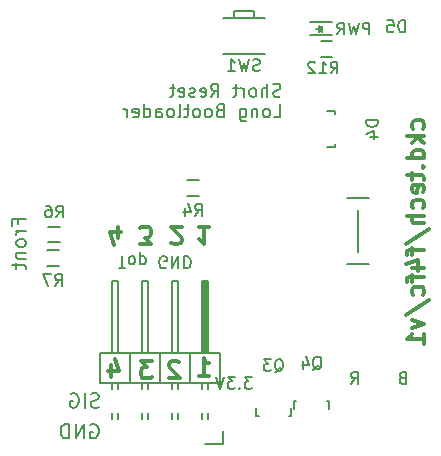
<source format=gbo>
G04 #@! TF.FileFunction,Legend,Bot*
%FSLAX46Y46*%
G04 Gerber Fmt 4.6, Leading zero omitted, Abs format (unit mm)*
G04 Created by KiCad (PCBNEW 4.0.1-stable) date Sunday, January 31, 2016 'PMt' 10:46:38 PM*
%MOMM*%
G01*
G04 APERTURE LIST*
%ADD10C,0.100000*%
%ADD11C,0.180000*%
%ADD12C,0.150000*%
%ADD13C,0.300000*%
%ADD14C,0.200000*%
G04 APERTURE END LIST*
D10*
D11*
X153090476Y-96585238D02*
X152933333Y-96637619D01*
X152671429Y-96637619D01*
X152566667Y-96585238D01*
X152514286Y-96532857D01*
X152461905Y-96428095D01*
X152461905Y-96323333D01*
X152514286Y-96218571D01*
X152566667Y-96166190D01*
X152671429Y-96113810D01*
X152880952Y-96061429D01*
X152985714Y-96009048D01*
X153038095Y-95956667D01*
X153090476Y-95851905D01*
X153090476Y-95747143D01*
X153038095Y-95642381D01*
X152985714Y-95590000D01*
X152880952Y-95537619D01*
X152619048Y-95537619D01*
X152461905Y-95590000D01*
X151990476Y-96637619D02*
X151990476Y-95537619D01*
X151519048Y-96637619D02*
X151519048Y-96061429D01*
X151571429Y-95956667D01*
X151676191Y-95904286D01*
X151833333Y-95904286D01*
X151938095Y-95956667D01*
X151990476Y-96009048D01*
X150838095Y-96637619D02*
X150942857Y-96585238D01*
X150995238Y-96532857D01*
X151047619Y-96428095D01*
X151047619Y-96113810D01*
X150995238Y-96009048D01*
X150942857Y-95956667D01*
X150838095Y-95904286D01*
X150680953Y-95904286D01*
X150576191Y-95956667D01*
X150523810Y-96009048D01*
X150471429Y-96113810D01*
X150471429Y-96428095D01*
X150523810Y-96532857D01*
X150576191Y-96585238D01*
X150680953Y-96637619D01*
X150838095Y-96637619D01*
X150000000Y-96637619D02*
X150000000Y-95904286D01*
X150000000Y-96113810D02*
X149947619Y-96009048D01*
X149895238Y-95956667D01*
X149790476Y-95904286D01*
X149685715Y-95904286D01*
X149476191Y-95904286D02*
X149057143Y-95904286D01*
X149319048Y-95537619D02*
X149319048Y-96480476D01*
X149266667Y-96585238D01*
X149161905Y-96637619D01*
X149057143Y-96637619D01*
X147223811Y-96637619D02*
X147590477Y-96113810D01*
X147852382Y-96637619D02*
X147852382Y-95537619D01*
X147433335Y-95537619D01*
X147328573Y-95590000D01*
X147276192Y-95642381D01*
X147223811Y-95747143D01*
X147223811Y-95904286D01*
X147276192Y-96009048D01*
X147328573Y-96061429D01*
X147433335Y-96113810D01*
X147852382Y-96113810D01*
X146333335Y-96585238D02*
X146438097Y-96637619D01*
X146647620Y-96637619D01*
X146752382Y-96585238D01*
X146804763Y-96480476D01*
X146804763Y-96061429D01*
X146752382Y-95956667D01*
X146647620Y-95904286D01*
X146438097Y-95904286D01*
X146333335Y-95956667D01*
X146280954Y-96061429D01*
X146280954Y-96166190D01*
X146804763Y-96270952D01*
X145861906Y-96585238D02*
X145757144Y-96637619D01*
X145547620Y-96637619D01*
X145442859Y-96585238D01*
X145390478Y-96480476D01*
X145390478Y-96428095D01*
X145442859Y-96323333D01*
X145547620Y-96270952D01*
X145704763Y-96270952D01*
X145809525Y-96218571D01*
X145861906Y-96113810D01*
X145861906Y-96061429D01*
X145809525Y-95956667D01*
X145704763Y-95904286D01*
X145547620Y-95904286D01*
X145442859Y-95956667D01*
X144500002Y-96585238D02*
X144604764Y-96637619D01*
X144814287Y-96637619D01*
X144919049Y-96585238D01*
X144971430Y-96480476D01*
X144971430Y-96061429D01*
X144919049Y-95956667D01*
X144814287Y-95904286D01*
X144604764Y-95904286D01*
X144500002Y-95956667D01*
X144447621Y-96061429D01*
X144447621Y-96166190D01*
X144971430Y-96270952D01*
X144133335Y-95904286D02*
X143714287Y-95904286D01*
X143976192Y-95537619D02*
X143976192Y-96480476D01*
X143923811Y-96585238D01*
X143819049Y-96637619D01*
X143714287Y-96637619D01*
X152514286Y-98357619D02*
X153038095Y-98357619D01*
X153038095Y-97257619D01*
X151990476Y-98357619D02*
X152095238Y-98305238D01*
X152147619Y-98252857D01*
X152200000Y-98148095D01*
X152200000Y-97833810D01*
X152147619Y-97729048D01*
X152095238Y-97676667D01*
X151990476Y-97624286D01*
X151833334Y-97624286D01*
X151728572Y-97676667D01*
X151676191Y-97729048D01*
X151623810Y-97833810D01*
X151623810Y-98148095D01*
X151676191Y-98252857D01*
X151728572Y-98305238D01*
X151833334Y-98357619D01*
X151990476Y-98357619D01*
X151152381Y-97624286D02*
X151152381Y-98357619D01*
X151152381Y-97729048D02*
X151100000Y-97676667D01*
X150995238Y-97624286D01*
X150838096Y-97624286D01*
X150733334Y-97676667D01*
X150680953Y-97781429D01*
X150680953Y-98357619D01*
X149685715Y-97624286D02*
X149685715Y-98514762D01*
X149738096Y-98619524D01*
X149790477Y-98671905D01*
X149895238Y-98724286D01*
X150052381Y-98724286D01*
X150157143Y-98671905D01*
X149685715Y-98305238D02*
X149790477Y-98357619D01*
X150000000Y-98357619D01*
X150104762Y-98305238D01*
X150157143Y-98252857D01*
X150209524Y-98148095D01*
X150209524Y-97833810D01*
X150157143Y-97729048D01*
X150104762Y-97676667D01*
X150000000Y-97624286D01*
X149790477Y-97624286D01*
X149685715Y-97676667D01*
X147957144Y-97781429D02*
X147800001Y-97833810D01*
X147747620Y-97886190D01*
X147695239Y-97990952D01*
X147695239Y-98148095D01*
X147747620Y-98252857D01*
X147800001Y-98305238D01*
X147904763Y-98357619D01*
X148323810Y-98357619D01*
X148323810Y-97257619D01*
X147957144Y-97257619D01*
X147852382Y-97310000D01*
X147800001Y-97362381D01*
X147747620Y-97467143D01*
X147747620Y-97571905D01*
X147800001Y-97676667D01*
X147852382Y-97729048D01*
X147957144Y-97781429D01*
X148323810Y-97781429D01*
X147066667Y-98357619D02*
X147171429Y-98305238D01*
X147223810Y-98252857D01*
X147276191Y-98148095D01*
X147276191Y-97833810D01*
X147223810Y-97729048D01*
X147171429Y-97676667D01*
X147066667Y-97624286D01*
X146909525Y-97624286D01*
X146804763Y-97676667D01*
X146752382Y-97729048D01*
X146700001Y-97833810D01*
X146700001Y-98148095D01*
X146752382Y-98252857D01*
X146804763Y-98305238D01*
X146909525Y-98357619D01*
X147066667Y-98357619D01*
X146071429Y-98357619D02*
X146176191Y-98305238D01*
X146228572Y-98252857D01*
X146280953Y-98148095D01*
X146280953Y-97833810D01*
X146228572Y-97729048D01*
X146176191Y-97676667D01*
X146071429Y-97624286D01*
X145914287Y-97624286D01*
X145809525Y-97676667D01*
X145757144Y-97729048D01*
X145704763Y-97833810D01*
X145704763Y-98148095D01*
X145757144Y-98252857D01*
X145809525Y-98305238D01*
X145914287Y-98357619D01*
X146071429Y-98357619D01*
X145390477Y-97624286D02*
X144971429Y-97624286D01*
X145233334Y-97257619D02*
X145233334Y-98200476D01*
X145180953Y-98305238D01*
X145076191Y-98357619D01*
X144971429Y-98357619D01*
X144447620Y-98357619D02*
X144552382Y-98305238D01*
X144604763Y-98200476D01*
X144604763Y-97257619D01*
X143871430Y-98357619D02*
X143976192Y-98305238D01*
X144028573Y-98252857D01*
X144080954Y-98148095D01*
X144080954Y-97833810D01*
X144028573Y-97729048D01*
X143976192Y-97676667D01*
X143871430Y-97624286D01*
X143714288Y-97624286D01*
X143609526Y-97676667D01*
X143557145Y-97729048D01*
X143504764Y-97833810D01*
X143504764Y-98148095D01*
X143557145Y-98252857D01*
X143609526Y-98305238D01*
X143714288Y-98357619D01*
X143871430Y-98357619D01*
X142561907Y-98357619D02*
X142561907Y-97781429D01*
X142614288Y-97676667D01*
X142719050Y-97624286D01*
X142928573Y-97624286D01*
X143033335Y-97676667D01*
X142561907Y-98305238D02*
X142666669Y-98357619D01*
X142928573Y-98357619D01*
X143033335Y-98305238D01*
X143085716Y-98200476D01*
X143085716Y-98095714D01*
X143033335Y-97990952D01*
X142928573Y-97938571D01*
X142666669Y-97938571D01*
X142561907Y-97886190D01*
X141566669Y-98357619D02*
X141566669Y-97257619D01*
X141566669Y-98305238D02*
X141671431Y-98357619D01*
X141880954Y-98357619D01*
X141985716Y-98305238D01*
X142038097Y-98252857D01*
X142090478Y-98148095D01*
X142090478Y-97833810D01*
X142038097Y-97729048D01*
X141985716Y-97676667D01*
X141880954Y-97624286D01*
X141671431Y-97624286D01*
X141566669Y-97676667D01*
X140623812Y-98305238D02*
X140728574Y-98357619D01*
X140938097Y-98357619D01*
X141042859Y-98305238D01*
X141095240Y-98200476D01*
X141095240Y-97781429D01*
X141042859Y-97676667D01*
X140938097Y-97624286D01*
X140728574Y-97624286D01*
X140623812Y-97676667D01*
X140571431Y-97781429D01*
X140571431Y-97886190D01*
X141095240Y-97990952D01*
X140100002Y-98357619D02*
X140100002Y-97624286D01*
X140100002Y-97833810D02*
X140047621Y-97729048D01*
X139995240Y-97676667D01*
X139890478Y-97624286D01*
X139785717Y-97624286D01*
D12*
X150676190Y-120352381D02*
X150057142Y-120352381D01*
X150390476Y-120733333D01*
X150247618Y-120733333D01*
X150152380Y-120780952D01*
X150104761Y-120828571D01*
X150057142Y-120923810D01*
X150057142Y-121161905D01*
X150104761Y-121257143D01*
X150152380Y-121304762D01*
X150247618Y-121352381D01*
X150533333Y-121352381D01*
X150628571Y-121304762D01*
X150676190Y-121257143D01*
X149628571Y-121257143D02*
X149580952Y-121304762D01*
X149628571Y-121352381D01*
X149676190Y-121304762D01*
X149628571Y-121257143D01*
X149628571Y-121352381D01*
X149247619Y-120352381D02*
X148628571Y-120352381D01*
X148961905Y-120733333D01*
X148819047Y-120733333D01*
X148723809Y-120780952D01*
X148676190Y-120828571D01*
X148628571Y-120923810D01*
X148628571Y-121161905D01*
X148676190Y-121257143D01*
X148723809Y-121304762D01*
X148819047Y-121352381D01*
X149104762Y-121352381D01*
X149200000Y-121304762D01*
X149247619Y-121257143D01*
X148342857Y-120352381D02*
X148009524Y-121352381D01*
X147676190Y-120352381D01*
X139404762Y-111147619D02*
X139976191Y-111147619D01*
X139690476Y-110147619D02*
X139690476Y-111147619D01*
X140452381Y-110147619D02*
X140357143Y-110195238D01*
X140309524Y-110242857D01*
X140261905Y-110338095D01*
X140261905Y-110623810D01*
X140309524Y-110719048D01*
X140357143Y-110766667D01*
X140452381Y-110814286D01*
X140595239Y-110814286D01*
X140690477Y-110766667D01*
X140738096Y-110719048D01*
X140785715Y-110623810D01*
X140785715Y-110338095D01*
X140738096Y-110242857D01*
X140690477Y-110195238D01*
X140595239Y-110147619D01*
X140452381Y-110147619D01*
X141214286Y-110814286D02*
X141214286Y-109814286D01*
X141214286Y-110766667D02*
X141309524Y-110814286D01*
X141500001Y-110814286D01*
X141595239Y-110766667D01*
X141642858Y-110719048D01*
X141690477Y-110623810D01*
X141690477Y-110338095D01*
X141642858Y-110242857D01*
X141595239Y-110195238D01*
X141500001Y-110147619D01*
X141309524Y-110147619D01*
X141214286Y-110195238D01*
X143404763Y-111100000D02*
X143309525Y-111147619D01*
X143166668Y-111147619D01*
X143023810Y-111100000D01*
X142928572Y-111004762D01*
X142880953Y-110909524D01*
X142833334Y-110719048D01*
X142833334Y-110576190D01*
X142880953Y-110385714D01*
X142928572Y-110290476D01*
X143023810Y-110195238D01*
X143166668Y-110147619D01*
X143261906Y-110147619D01*
X143404763Y-110195238D01*
X143452382Y-110242857D01*
X143452382Y-110576190D01*
X143261906Y-110576190D01*
X143880953Y-110147619D02*
X143880953Y-111147619D01*
X144452382Y-110147619D01*
X144452382Y-111147619D01*
X144928572Y-110147619D02*
X144928572Y-111147619D01*
X145166667Y-111147619D01*
X145309525Y-111100000D01*
X145404763Y-111004762D01*
X145452382Y-110909524D01*
X145500001Y-110719048D01*
X145500001Y-110576190D01*
X145452382Y-110385714D01*
X145404763Y-110290476D01*
X145309525Y-110195238D01*
X145166667Y-110147619D01*
X144928572Y-110147619D01*
X159090476Y-120952381D02*
X159423810Y-120476190D01*
X159661905Y-120952381D02*
X159661905Y-119952381D01*
X159280952Y-119952381D01*
X159185714Y-120000000D01*
X159138095Y-120047619D01*
X159090476Y-120142857D01*
X159090476Y-120285714D01*
X159138095Y-120380952D01*
X159185714Y-120428571D01*
X159280952Y-120476190D01*
X159661905Y-120476190D01*
X163428571Y-120428571D02*
X163285714Y-120476190D01*
X163238095Y-120523810D01*
X163190476Y-120619048D01*
X163190476Y-120761905D01*
X163238095Y-120857143D01*
X163285714Y-120904762D01*
X163380952Y-120952381D01*
X163761905Y-120952381D01*
X163761905Y-119952381D01*
X163428571Y-119952381D01*
X163333333Y-120000000D01*
X163285714Y-120047619D01*
X163238095Y-120142857D01*
X163238095Y-120238095D01*
X163285714Y-120333333D01*
X163333333Y-120380952D01*
X163428571Y-120428571D01*
X163761905Y-120428571D01*
D13*
X139385715Y-108621429D02*
X139385715Y-107621429D01*
X139028572Y-109192857D02*
X138671429Y-108121429D01*
X139600001Y-108121429D01*
X141200001Y-109121429D02*
X142128572Y-109121429D01*
X141628572Y-108550000D01*
X141842858Y-108550000D01*
X141985715Y-108478571D01*
X142057144Y-108407143D01*
X142128572Y-108264286D01*
X142128572Y-107907143D01*
X142057144Y-107764286D01*
X141985715Y-107692857D01*
X141842858Y-107621429D01*
X141414286Y-107621429D01*
X141271429Y-107692857D01*
X141200001Y-107764286D01*
X147028572Y-107621429D02*
X146171429Y-107621429D01*
X146600001Y-107621429D02*
X146600001Y-109121429D01*
X146457144Y-108907143D01*
X146314286Y-108764286D01*
X146171429Y-108692857D01*
X143871429Y-108978571D02*
X143942858Y-109050000D01*
X144085715Y-109121429D01*
X144442858Y-109121429D01*
X144585715Y-109050000D01*
X144657144Y-108978571D01*
X144728572Y-108835714D01*
X144728572Y-108692857D01*
X144657144Y-108478571D01*
X143800001Y-107621429D01*
X144728572Y-107621429D01*
X146171428Y-120278571D02*
X147028571Y-120278571D01*
X146599999Y-120278571D02*
X146599999Y-118778571D01*
X146742856Y-118992857D01*
X146885714Y-119135714D01*
X147028571Y-119207143D01*
X144528571Y-119121429D02*
X144457142Y-119050000D01*
X144314285Y-118978571D01*
X143957142Y-118978571D01*
X143814285Y-119050000D01*
X143742856Y-119121429D01*
X143671428Y-119264286D01*
X143671428Y-119407143D01*
X143742856Y-119621429D01*
X144599999Y-120478571D01*
X143671428Y-120478571D01*
X142199999Y-118978571D02*
X141271428Y-118978571D01*
X141771428Y-119550000D01*
X141557142Y-119550000D01*
X141414285Y-119621429D01*
X141342856Y-119692857D01*
X141271428Y-119835714D01*
X141271428Y-120192857D01*
X141342856Y-120335714D01*
X141414285Y-120407143D01*
X141557142Y-120478571D01*
X141985714Y-120478571D01*
X142128571Y-120407143D01*
X142199999Y-120335714D01*
X138714285Y-119378571D02*
X138714285Y-120378571D01*
X139071428Y-118807143D02*
X139428571Y-119878571D01*
X138499999Y-119878571D01*
D14*
X137014285Y-124400000D02*
X137128571Y-124342857D01*
X137300000Y-124342857D01*
X137471428Y-124400000D01*
X137585714Y-124514286D01*
X137642857Y-124628571D01*
X137700000Y-124857143D01*
X137700000Y-125028571D01*
X137642857Y-125257143D01*
X137585714Y-125371429D01*
X137471428Y-125485714D01*
X137300000Y-125542857D01*
X137185714Y-125542857D01*
X137014285Y-125485714D01*
X136957142Y-125428571D01*
X136957142Y-125028571D01*
X137185714Y-125028571D01*
X136442857Y-125542857D02*
X136442857Y-124342857D01*
X135757142Y-125542857D01*
X135757142Y-124342857D01*
X135185714Y-125542857D02*
X135185714Y-124342857D01*
X134899999Y-124342857D01*
X134728571Y-124400000D01*
X134614285Y-124514286D01*
X134557142Y-124628571D01*
X134499999Y-124857143D01*
X134499999Y-125028571D01*
X134557142Y-125257143D01*
X134614285Y-125371429D01*
X134728571Y-125485714D01*
X134899999Y-125542857D01*
X135185714Y-125542857D01*
X137728572Y-122885714D02*
X137557143Y-122942857D01*
X137271429Y-122942857D01*
X137157143Y-122885714D01*
X137100000Y-122828571D01*
X137042857Y-122714286D01*
X137042857Y-122600000D01*
X137100000Y-122485714D01*
X137157143Y-122428571D01*
X137271429Y-122371429D01*
X137500000Y-122314286D01*
X137614286Y-122257143D01*
X137671429Y-122200000D01*
X137728572Y-122085714D01*
X137728572Y-121971429D01*
X137671429Y-121857143D01*
X137614286Y-121800000D01*
X137500000Y-121742857D01*
X137214286Y-121742857D01*
X137042857Y-121800000D01*
X136528572Y-122942857D02*
X136528572Y-121742857D01*
X135328571Y-121800000D02*
X135442857Y-121742857D01*
X135614286Y-121742857D01*
X135785714Y-121800000D01*
X135900000Y-121914286D01*
X135957143Y-122028571D01*
X136014286Y-122257143D01*
X136014286Y-122428571D01*
X135957143Y-122657143D01*
X135900000Y-122771429D01*
X135785714Y-122885714D01*
X135614286Y-122942857D01*
X135500000Y-122942857D01*
X135328571Y-122885714D01*
X135271428Y-122828571D01*
X135271428Y-122428571D01*
X135500000Y-122428571D01*
X130914286Y-107371429D02*
X130914286Y-106971429D01*
X131542857Y-106971429D02*
X130342857Y-106971429D01*
X130342857Y-107542858D01*
X131542857Y-108000000D02*
X130742857Y-108000000D01*
X130971429Y-108000000D02*
X130857143Y-108057143D01*
X130800000Y-108114286D01*
X130742857Y-108228572D01*
X130742857Y-108342857D01*
X131542857Y-108914286D02*
X131485714Y-108800000D01*
X131428571Y-108742857D01*
X131314286Y-108685714D01*
X130971429Y-108685714D01*
X130857143Y-108742857D01*
X130800000Y-108800000D01*
X130742857Y-108914286D01*
X130742857Y-109085714D01*
X130800000Y-109200000D01*
X130857143Y-109257143D01*
X130971429Y-109314286D01*
X131314286Y-109314286D01*
X131428571Y-109257143D01*
X131485714Y-109200000D01*
X131542857Y-109085714D01*
X131542857Y-108914286D01*
X130742857Y-109828571D02*
X131542857Y-109828571D01*
X130857143Y-109828571D02*
X130800000Y-109885714D01*
X130742857Y-110000000D01*
X130742857Y-110171428D01*
X130800000Y-110285714D01*
X130914286Y-110342857D01*
X131542857Y-110342857D01*
X130742857Y-110742857D02*
X130742857Y-111200000D01*
X130342857Y-110914285D02*
X131371429Y-110914285D01*
X131485714Y-110971428D01*
X131542857Y-111085714D01*
X131542857Y-111200000D01*
D12*
X160633333Y-91352381D02*
X160633333Y-90352381D01*
X160252380Y-90352381D01*
X160157142Y-90400000D01*
X160109523Y-90447619D01*
X160061904Y-90542857D01*
X160061904Y-90685714D01*
X160109523Y-90780952D01*
X160157142Y-90828571D01*
X160252380Y-90876190D01*
X160633333Y-90876190D01*
X159728571Y-90352381D02*
X159490476Y-91352381D01*
X159299999Y-90638095D01*
X159109523Y-91352381D01*
X158871428Y-90352381D01*
X157919047Y-91352381D02*
X158252381Y-90876190D01*
X158490476Y-91352381D02*
X158490476Y-90352381D01*
X158109523Y-90352381D01*
X158014285Y-90400000D01*
X157966666Y-90447619D01*
X157919047Y-90542857D01*
X157919047Y-90685714D01*
X157966666Y-90780952D01*
X158014285Y-90828571D01*
X158109523Y-90876190D01*
X158490476Y-90876190D01*
D13*
X165207143Y-99350000D02*
X165278571Y-99207143D01*
X165278571Y-98921429D01*
X165207143Y-98778571D01*
X165135714Y-98707143D01*
X164992857Y-98635714D01*
X164564286Y-98635714D01*
X164421429Y-98707143D01*
X164350000Y-98778571D01*
X164278571Y-98921429D01*
X164278571Y-99207143D01*
X164350000Y-99350000D01*
X165278571Y-99992857D02*
X163778571Y-99992857D01*
X164707143Y-100135714D02*
X165278571Y-100564285D01*
X164278571Y-100564285D02*
X164850000Y-99992857D01*
X165278571Y-101850000D02*
X163778571Y-101850000D01*
X165207143Y-101850000D02*
X165278571Y-101707143D01*
X165278571Y-101421429D01*
X165207143Y-101278571D01*
X165135714Y-101207143D01*
X164992857Y-101135714D01*
X164564286Y-101135714D01*
X164421429Y-101207143D01*
X164350000Y-101278571D01*
X164278571Y-101421429D01*
X164278571Y-101707143D01*
X164350000Y-101850000D01*
X165135714Y-102564286D02*
X165207143Y-102635714D01*
X165278571Y-102564286D01*
X165207143Y-102492857D01*
X165135714Y-102564286D01*
X165278571Y-102564286D01*
X164278571Y-103064286D02*
X164278571Y-103635715D01*
X163778571Y-103278572D02*
X165064286Y-103278572D01*
X165207143Y-103350000D01*
X165278571Y-103492858D01*
X165278571Y-103635715D01*
X165207143Y-104707143D02*
X165278571Y-104564286D01*
X165278571Y-104278572D01*
X165207143Y-104135715D01*
X165064286Y-104064286D01*
X164492857Y-104064286D01*
X164350000Y-104135715D01*
X164278571Y-104278572D01*
X164278571Y-104564286D01*
X164350000Y-104707143D01*
X164492857Y-104778572D01*
X164635714Y-104778572D01*
X164778571Y-104064286D01*
X165207143Y-106064286D02*
X165278571Y-105921429D01*
X165278571Y-105635715D01*
X165207143Y-105492857D01*
X165135714Y-105421429D01*
X164992857Y-105350000D01*
X164564286Y-105350000D01*
X164421429Y-105421429D01*
X164350000Y-105492857D01*
X164278571Y-105635715D01*
X164278571Y-105921429D01*
X164350000Y-106064286D01*
X165278571Y-106707143D02*
X163778571Y-106707143D01*
X165278571Y-107350000D02*
X164492857Y-107350000D01*
X164350000Y-107278571D01*
X164278571Y-107135714D01*
X164278571Y-106921429D01*
X164350000Y-106778571D01*
X164421429Y-106707143D01*
X163707143Y-109135714D02*
X165635714Y-107850000D01*
X164278571Y-109421429D02*
X164278571Y-109992858D01*
X165278571Y-109635715D02*
X163992857Y-109635715D01*
X163850000Y-109707143D01*
X163778571Y-109850001D01*
X163778571Y-109992858D01*
X164278571Y-111135715D02*
X165278571Y-111135715D01*
X163707143Y-110778572D02*
X164778571Y-110421429D01*
X164778571Y-111350001D01*
X164278571Y-111707143D02*
X164278571Y-112278572D01*
X165278571Y-111921429D02*
X163992857Y-111921429D01*
X163850000Y-111992857D01*
X163778571Y-112135715D01*
X163778571Y-112278572D01*
X165207143Y-113421429D02*
X165278571Y-113278572D01*
X165278571Y-112992858D01*
X165207143Y-112850000D01*
X165135714Y-112778572D01*
X164992857Y-112707143D01*
X164564286Y-112707143D01*
X164421429Y-112778572D01*
X164350000Y-112850000D01*
X164278571Y-112992858D01*
X164278571Y-113278572D01*
X164350000Y-113421429D01*
X163707143Y-115135714D02*
X165635714Y-113850000D01*
X164278571Y-115492858D02*
X165278571Y-115850001D01*
X164278571Y-116207143D01*
X165278571Y-117564286D02*
X165278571Y-116707143D01*
X165278571Y-117135715D02*
X163778571Y-117135715D01*
X163992857Y-116992858D01*
X164135714Y-116850000D01*
X164207143Y-116707143D01*
D12*
X157049200Y-100849820D02*
X157750240Y-100849820D01*
X157750240Y-100849820D02*
X157750240Y-100600900D01*
X157750240Y-98050840D02*
X157750240Y-97850180D01*
X157750240Y-97850180D02*
X157049200Y-97850180D01*
X157489300Y-91440000D02*
X155589300Y-91440000D01*
X157489300Y-90340000D02*
X155589300Y-90340000D01*
X156589300Y-90890000D02*
X156139300Y-90890000D01*
X156639300Y-90640000D02*
X156639300Y-91140000D01*
X156639300Y-90890000D02*
X156389300Y-90640000D01*
X156389300Y-90640000D02*
X156389300Y-91140000D01*
X156389300Y-91140000D02*
X156639300Y-90890000D01*
X148250000Y-124900000D02*
X148250000Y-126050000D01*
X148250000Y-126050000D02*
X146700000Y-126050000D01*
X138826000Y-123376000D02*
X138826000Y-123884000D01*
X139334000Y-123376000D02*
X139334000Y-123884000D01*
X141366000Y-123376000D02*
X141366000Y-123884000D01*
X141874000Y-123376000D02*
X141874000Y-123884000D01*
X143906000Y-123376000D02*
X143906000Y-123884000D01*
X144414000Y-123376000D02*
X144414000Y-123884000D01*
X146446000Y-123376000D02*
X146446000Y-123884000D01*
X146954000Y-123376000D02*
X146954000Y-123884000D01*
X146954000Y-120836000D02*
X146954000Y-121344000D01*
X146446000Y-120836000D02*
X146446000Y-121344000D01*
X144414000Y-120836000D02*
X144414000Y-121344000D01*
X143906000Y-120836000D02*
X143906000Y-121344000D01*
X138826000Y-120836000D02*
X138826000Y-121344000D01*
X139334000Y-120836000D02*
X139334000Y-121344000D01*
X141366000Y-120836000D02*
X141366000Y-121344000D01*
X141874000Y-120836000D02*
X141874000Y-121344000D01*
X146827000Y-118296000D02*
X146827000Y-112327000D01*
X146827000Y-112327000D02*
X146573000Y-112327000D01*
X146573000Y-112327000D02*
X146573000Y-118169000D01*
X146573000Y-118169000D02*
X146700000Y-118169000D01*
X146700000Y-118169000D02*
X146700000Y-112327000D01*
X137810000Y-120836000D02*
X137810000Y-118296000D01*
X142890000Y-120836000D02*
X142890000Y-118296000D01*
X142890000Y-120836000D02*
X140350000Y-120836000D01*
X140350000Y-120836000D02*
X140350000Y-118296000D01*
X141874000Y-118296000D02*
X141874000Y-112200000D01*
X141874000Y-112200000D02*
X141366000Y-112200000D01*
X141366000Y-112200000D02*
X141366000Y-118296000D01*
X140350000Y-118296000D02*
X142890000Y-118296000D01*
X137810000Y-118296000D02*
X140350000Y-118296000D01*
X138826000Y-112200000D02*
X138826000Y-118296000D01*
X139334000Y-112200000D02*
X138826000Y-112200000D01*
X139334000Y-118296000D02*
X139334000Y-112200000D01*
X137810000Y-120836000D02*
X137810000Y-118296000D01*
X140350000Y-120836000D02*
X137810000Y-120836000D01*
X140350000Y-120836000D02*
X140350000Y-118296000D01*
X145430000Y-120836000D02*
X145430000Y-118296000D01*
X145430000Y-120836000D02*
X142890000Y-120836000D01*
X142890000Y-120836000D02*
X142890000Y-118296000D01*
X144414000Y-118296000D02*
X144414000Y-112200000D01*
X144414000Y-112200000D02*
X143906000Y-112200000D01*
X143906000Y-112200000D02*
X143906000Y-118296000D01*
X142890000Y-118296000D02*
X145430000Y-118296000D01*
X145430000Y-118296000D02*
X147970000Y-118296000D01*
X146446000Y-112200000D02*
X146446000Y-118296000D01*
X146954000Y-112200000D02*
X146446000Y-112200000D01*
X146954000Y-118296000D02*
X146954000Y-112200000D01*
X145430000Y-120836000D02*
X145430000Y-118296000D01*
X147970000Y-120836000D02*
X145430000Y-120836000D01*
X147970000Y-120836000D02*
X147970000Y-118296000D01*
X158730000Y-105230000D02*
X160580000Y-105230000D01*
X158730000Y-110750000D02*
X160580000Y-110750000D01*
X159655000Y-109790000D02*
X159655000Y-106190000D01*
X151000180Y-122949200D02*
X151000180Y-123650240D01*
X151000180Y-123650240D02*
X151249100Y-123650240D01*
X153799160Y-123650240D02*
X153999820Y-123650240D01*
X153999820Y-123650240D02*
X153999820Y-122949200D01*
X157249820Y-123050800D02*
X157249820Y-122349760D01*
X157249820Y-122349760D02*
X157000900Y-122349760D01*
X154450840Y-122349760D02*
X154250180Y-122349760D01*
X154250180Y-122349760D02*
X154250180Y-123050800D01*
X146210000Y-103675000D02*
X145210000Y-103675000D01*
X145210000Y-105025000D02*
X146210000Y-105025000D01*
X133450000Y-108965000D02*
X134450000Y-108965000D01*
X134450000Y-107615000D02*
X133450000Y-107615000D01*
X134360000Y-109625000D02*
X133360000Y-109625000D01*
X133360000Y-110975000D02*
X134360000Y-110975000D01*
X156490000Y-93255000D02*
X157490000Y-93255000D01*
X157490000Y-91905000D02*
X156490000Y-91905000D01*
X150850000Y-89950000D02*
X150850000Y-89400000D01*
X150850000Y-89400000D02*
X149150000Y-89400000D01*
X149150000Y-89400000D02*
X149150000Y-89950000D01*
X148250000Y-93050000D02*
X151750000Y-93050000D01*
X151750000Y-89950000D02*
X148250000Y-89950000D01*
X161362381Y-98611905D02*
X160362381Y-98611905D01*
X160362381Y-98850000D01*
X160410000Y-98992858D01*
X160505238Y-99088096D01*
X160600476Y-99135715D01*
X160790952Y-99183334D01*
X160933810Y-99183334D01*
X161124286Y-99135715D01*
X161219524Y-99088096D01*
X161314762Y-98992858D01*
X161362381Y-98850000D01*
X161362381Y-98611905D01*
X160695714Y-100040477D02*
X161362381Y-100040477D01*
X160314762Y-99802381D02*
X161029048Y-99564286D01*
X161029048Y-100183334D01*
X163638095Y-91152381D02*
X163638095Y-90152381D01*
X163400000Y-90152381D01*
X163257142Y-90200000D01*
X163161904Y-90295238D01*
X163114285Y-90390476D01*
X163066666Y-90580952D01*
X163066666Y-90723810D01*
X163114285Y-90914286D01*
X163161904Y-91009524D01*
X163257142Y-91104762D01*
X163400000Y-91152381D01*
X163638095Y-91152381D01*
X162161904Y-90152381D02*
X162638095Y-90152381D01*
X162685714Y-90628571D01*
X162638095Y-90580952D01*
X162542857Y-90533333D01*
X162304761Y-90533333D01*
X162209523Y-90580952D01*
X162161904Y-90628571D01*
X162114285Y-90723810D01*
X162114285Y-90961905D01*
X162161904Y-91057143D01*
X162209523Y-91104762D01*
X162304761Y-91152381D01*
X162542857Y-91152381D01*
X162638095Y-91104762D01*
X162685714Y-91057143D01*
X152595238Y-119947619D02*
X152690476Y-119900000D01*
X152785714Y-119804762D01*
X152928571Y-119661905D01*
X153023810Y-119614286D01*
X153119048Y-119614286D01*
X153071429Y-119852381D02*
X153166667Y-119804762D01*
X153261905Y-119709524D01*
X153309524Y-119519048D01*
X153309524Y-119185714D01*
X153261905Y-118995238D01*
X153166667Y-118900000D01*
X153071429Y-118852381D01*
X152880952Y-118852381D01*
X152785714Y-118900000D01*
X152690476Y-118995238D01*
X152642857Y-119185714D01*
X152642857Y-119519048D01*
X152690476Y-119709524D01*
X152785714Y-119804762D01*
X152880952Y-119852381D01*
X153071429Y-119852381D01*
X152309524Y-118852381D02*
X151690476Y-118852381D01*
X152023810Y-119233333D01*
X151880952Y-119233333D01*
X151785714Y-119280952D01*
X151738095Y-119328571D01*
X151690476Y-119423810D01*
X151690476Y-119661905D01*
X151738095Y-119757143D01*
X151785714Y-119804762D01*
X151880952Y-119852381D01*
X152166667Y-119852381D01*
X152261905Y-119804762D01*
X152309524Y-119757143D01*
X155845238Y-119737619D02*
X155940476Y-119690000D01*
X156035714Y-119594762D01*
X156178571Y-119451905D01*
X156273810Y-119404286D01*
X156369048Y-119404286D01*
X156321429Y-119642381D02*
X156416667Y-119594762D01*
X156511905Y-119499524D01*
X156559524Y-119309048D01*
X156559524Y-118975714D01*
X156511905Y-118785238D01*
X156416667Y-118690000D01*
X156321429Y-118642381D01*
X156130952Y-118642381D01*
X156035714Y-118690000D01*
X155940476Y-118785238D01*
X155892857Y-118975714D01*
X155892857Y-119309048D01*
X155940476Y-119499524D01*
X156035714Y-119594762D01*
X156130952Y-119642381D01*
X156321429Y-119642381D01*
X155035714Y-118975714D02*
X155035714Y-119642381D01*
X155273810Y-118594762D02*
X155511905Y-119309048D01*
X154892857Y-119309048D01*
X145876666Y-106702381D02*
X146210000Y-106226190D01*
X146448095Y-106702381D02*
X146448095Y-105702381D01*
X146067142Y-105702381D01*
X145971904Y-105750000D01*
X145924285Y-105797619D01*
X145876666Y-105892857D01*
X145876666Y-106035714D01*
X145924285Y-106130952D01*
X145971904Y-106178571D01*
X146067142Y-106226190D01*
X146448095Y-106226190D01*
X145019523Y-106035714D02*
X145019523Y-106702381D01*
X145257619Y-105654762D02*
X145495714Y-106369048D01*
X144876666Y-106369048D01*
X134116666Y-106842381D02*
X134450000Y-106366190D01*
X134688095Y-106842381D02*
X134688095Y-105842381D01*
X134307142Y-105842381D01*
X134211904Y-105890000D01*
X134164285Y-105937619D01*
X134116666Y-106032857D01*
X134116666Y-106175714D01*
X134164285Y-106270952D01*
X134211904Y-106318571D01*
X134307142Y-106366190D01*
X134688095Y-106366190D01*
X133259523Y-105842381D02*
X133450000Y-105842381D01*
X133545238Y-105890000D01*
X133592857Y-105937619D01*
X133688095Y-106080476D01*
X133735714Y-106270952D01*
X133735714Y-106651905D01*
X133688095Y-106747143D01*
X133640476Y-106794762D01*
X133545238Y-106842381D01*
X133354761Y-106842381D01*
X133259523Y-106794762D01*
X133211904Y-106747143D01*
X133164285Y-106651905D01*
X133164285Y-106413810D01*
X133211904Y-106318571D01*
X133259523Y-106270952D01*
X133354761Y-106223333D01*
X133545238Y-106223333D01*
X133640476Y-106270952D01*
X133688095Y-106318571D01*
X133735714Y-106413810D01*
X134026666Y-112652381D02*
X134360000Y-112176190D01*
X134598095Y-112652381D02*
X134598095Y-111652381D01*
X134217142Y-111652381D01*
X134121904Y-111700000D01*
X134074285Y-111747619D01*
X134026666Y-111842857D01*
X134026666Y-111985714D01*
X134074285Y-112080952D01*
X134121904Y-112128571D01*
X134217142Y-112176190D01*
X134598095Y-112176190D01*
X133693333Y-111652381D02*
X133026666Y-111652381D01*
X133455238Y-112652381D01*
X157342857Y-94652381D02*
X157676191Y-94176190D01*
X157914286Y-94652381D02*
X157914286Y-93652381D01*
X157533333Y-93652381D01*
X157438095Y-93700000D01*
X157390476Y-93747619D01*
X157342857Y-93842857D01*
X157342857Y-93985714D01*
X157390476Y-94080952D01*
X157438095Y-94128571D01*
X157533333Y-94176190D01*
X157914286Y-94176190D01*
X156390476Y-94652381D02*
X156961905Y-94652381D01*
X156676191Y-94652381D02*
X156676191Y-93652381D01*
X156771429Y-93795238D01*
X156866667Y-93890476D01*
X156961905Y-93938095D01*
X156009524Y-93747619D02*
X155961905Y-93700000D01*
X155866667Y-93652381D01*
X155628571Y-93652381D01*
X155533333Y-93700000D01*
X155485714Y-93747619D01*
X155438095Y-93842857D01*
X155438095Y-93938095D01*
X155485714Y-94080952D01*
X156057143Y-94652381D01*
X155438095Y-94652381D01*
X151333333Y-94404762D02*
X151190476Y-94452381D01*
X150952380Y-94452381D01*
X150857142Y-94404762D01*
X150809523Y-94357143D01*
X150761904Y-94261905D01*
X150761904Y-94166667D01*
X150809523Y-94071429D01*
X150857142Y-94023810D01*
X150952380Y-93976190D01*
X151142857Y-93928571D01*
X151238095Y-93880952D01*
X151285714Y-93833333D01*
X151333333Y-93738095D01*
X151333333Y-93642857D01*
X151285714Y-93547619D01*
X151238095Y-93500000D01*
X151142857Y-93452381D01*
X150904761Y-93452381D01*
X150761904Y-93500000D01*
X150428571Y-93452381D02*
X150190476Y-94452381D01*
X149999999Y-93738095D01*
X149809523Y-94452381D01*
X149571428Y-93452381D01*
X148666666Y-94452381D02*
X149238095Y-94452381D01*
X148952381Y-94452381D02*
X148952381Y-93452381D01*
X149047619Y-93595238D01*
X149142857Y-93690476D01*
X149238095Y-93738095D01*
M02*

</source>
